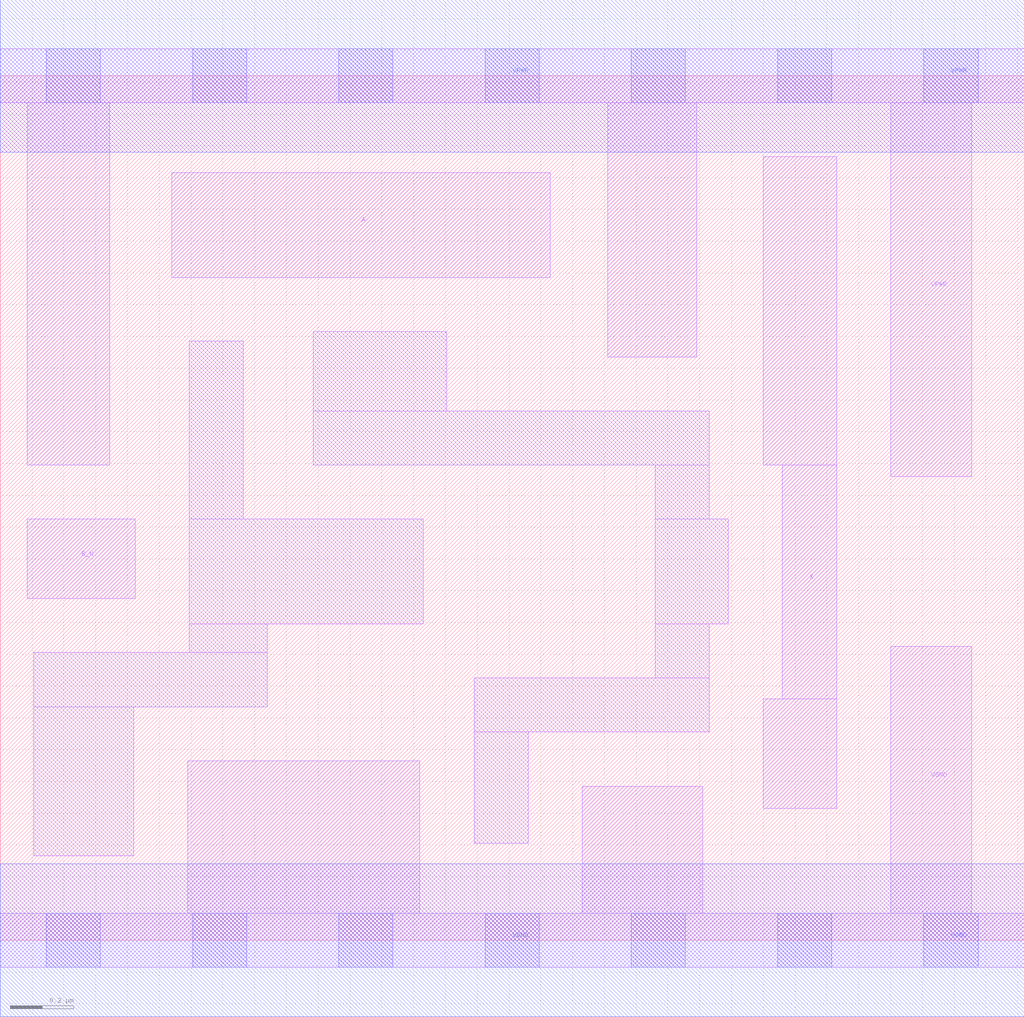
<source format=lef>
# Copyright 2020 The SkyWater PDK Authors
#
# Licensed under the Apache License, Version 2.0 (the "License");
# you may not use this file except in compliance with the License.
# You may obtain a copy of the License at
#
#     https://www.apache.org/licenses/LICENSE-2.0
#
# Unless required by applicable law or agreed to in writing, software
# distributed under the License is distributed on an "AS IS" BASIS,
# WITHOUT WARRANTIES OR CONDITIONS OF ANY KIND, either express or implied.
# See the License for the specific language governing permissions and
# limitations under the License.
#
# SPDX-License-Identifier: Apache-2.0

VERSION 5.7 ;
  NAMESCASESENSITIVE ON ;
  NOWIREEXTENSIONATPIN ON ;
  DIVIDERCHAR "/" ;
  BUSBITCHARS "[]" ;
UNITS
  DATABASE MICRONS 200 ;
END UNITS
MACRO sky130_fd_sc_hd__or2b_2
  CLASS CORE ;
  SOURCE USER ;
  FOREIGN sky130_fd_sc_hd__or2b_2 ;
  ORIGIN  0.000000  0.000000 ;
  SIZE  3.220000 BY  2.720000 ;
  SYMMETRY X Y R90 ;
  SITE unithd ;
  PIN A
    ANTENNAGATEAREA  0.126000 ;
    DIRECTION INPUT ;
    USE SIGNAL ;
    PORT
      LAYER li1 ;
        RECT 0.540000 2.085000 1.730000 2.415000 ;
    END
  END A
  PIN B_N
    ANTENNAGATEAREA  0.126000 ;
    DIRECTION INPUT ;
    USE SIGNAL ;
    PORT
      LAYER li1 ;
        RECT 0.085000 1.075000 0.425000 1.325000 ;
    END
  END B_N
  PIN X
    ANTENNADIFFAREA  0.445500 ;
    DIRECTION OUTPUT ;
    USE SIGNAL ;
    PORT
      LAYER li1 ;
        RECT 2.400000 0.415000 2.630000 0.760000 ;
        RECT 2.400000 1.495000 2.630000 2.465000 ;
        RECT 2.460000 0.760000 2.630000 1.495000 ;
    END
  END X
  PIN VGND
    DIRECTION INOUT ;
    SHAPE ABUTMENT ;
    USE GROUND ;
    PORT
      LAYER li1 ;
        RECT 0.000000 -0.085000 3.220000 0.085000 ;
        RECT 0.590000  0.085000 1.320000 0.565000 ;
        RECT 1.830000  0.085000 2.210000 0.485000 ;
        RECT 2.800000  0.085000 3.055000 0.925000 ;
      LAYER mcon ;
        RECT 0.145000 -0.085000 0.315000 0.085000 ;
        RECT 0.605000 -0.085000 0.775000 0.085000 ;
        RECT 1.065000 -0.085000 1.235000 0.085000 ;
        RECT 1.525000 -0.085000 1.695000 0.085000 ;
        RECT 1.985000 -0.085000 2.155000 0.085000 ;
        RECT 2.445000 -0.085000 2.615000 0.085000 ;
        RECT 2.905000 -0.085000 3.075000 0.085000 ;
      LAYER met1 ;
        RECT 0.000000 -0.240000 3.220000 0.240000 ;
    END
  END VGND
  PIN VPWR
    DIRECTION INOUT ;
    SHAPE ABUTMENT ;
    USE POWER ;
    PORT
      LAYER li1 ;
        RECT 0.000000 2.635000 3.220000 2.805000 ;
        RECT 0.085000 1.495000 0.345000 2.635000 ;
        RECT 1.910000 1.835000 2.190000 2.635000 ;
        RECT 2.800000 1.460000 3.055000 2.635000 ;
      LAYER mcon ;
        RECT 0.145000 2.635000 0.315000 2.805000 ;
        RECT 0.605000 2.635000 0.775000 2.805000 ;
        RECT 1.065000 2.635000 1.235000 2.805000 ;
        RECT 1.525000 2.635000 1.695000 2.805000 ;
        RECT 1.985000 2.635000 2.155000 2.805000 ;
        RECT 2.445000 2.635000 2.615000 2.805000 ;
        RECT 2.905000 2.635000 3.075000 2.805000 ;
      LAYER met1 ;
        RECT 0.000000 2.480000 3.220000 2.960000 ;
    END
  END VPWR
  OBS
    LAYER li1 ;
      RECT 0.105000 0.265000 0.420000 0.735000 ;
      RECT 0.105000 0.735000 0.840000 0.905000 ;
      RECT 0.595000 0.905000 0.840000 0.995000 ;
      RECT 0.595000 0.995000 1.330000 1.325000 ;
      RECT 0.595000 1.325000 0.765000 1.885000 ;
      RECT 0.985000 1.495000 2.230000 1.665000 ;
      RECT 0.985000 1.665000 1.405000 1.915000 ;
      RECT 1.490000 0.305000 1.660000 0.655000 ;
      RECT 1.490000 0.655000 2.230000 0.825000 ;
      RECT 2.060000 0.825000 2.230000 0.995000 ;
      RECT 2.060000 0.995000 2.290000 1.325000 ;
      RECT 2.060000 1.325000 2.230000 1.495000 ;
  END
END sky130_fd_sc_hd__or2b_2
END LIBRARY

</source>
